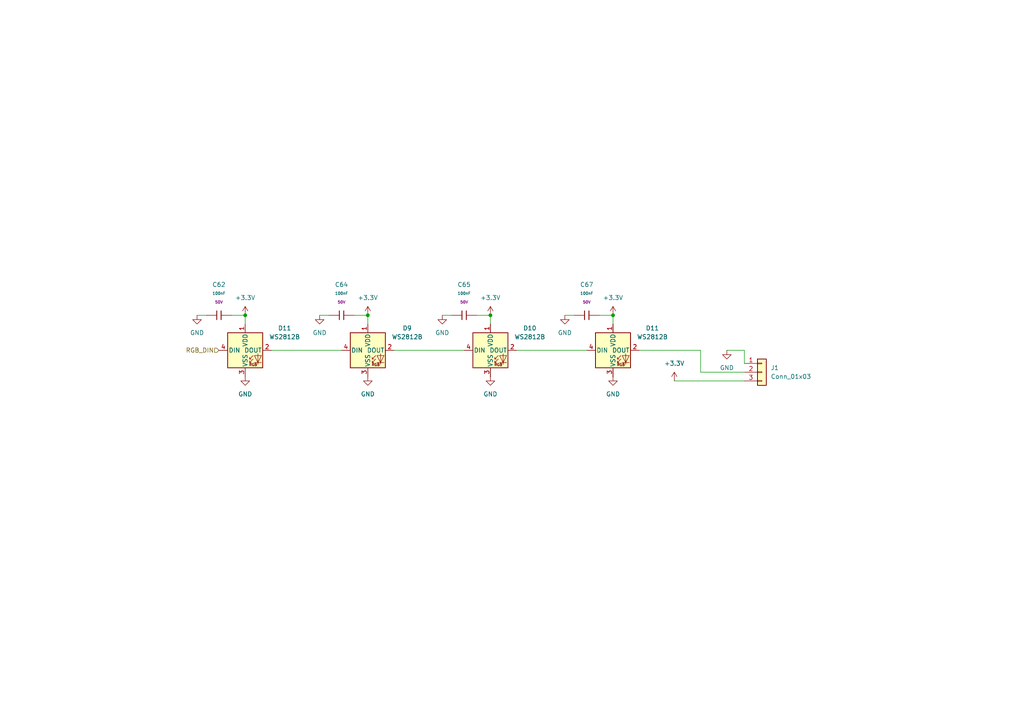
<source format=kicad_sch>
(kicad_sch (version 20250114) (generator "eeschema") (generator_version "9.0")
  (paper "A4")
  (lib_symbols
    (symbol "Connector_Generic:Conn_01x03" (pin_names (offset 1.016) (hide yes))
      (property "Reference" "J" (at 0 5.08 0))
      (property "Value" "Conn_01x03" (at 0 -5.08 0))
      (symbol "Conn_01x03_1_1"
        (rectangle (start -1.27 3.81) (end 1.27 -3.81) (stroke (width 0.254)) (fill (type background)))
        (rectangle (start -1.27 2.667) (end 0 2.413) (stroke (width 0.1524)))
        (rectangle (start -1.27 0.127) (end 0 -0.127) (stroke (width 0.1524)))
        (rectangle (start -1.27 -2.413) (end 0 -2.667) (stroke (width 0.1524)))
        (pin passive line (at -5.08 2.54 0) (length 3.81) (name "Pin_1") (number "1"))
        (pin passive line (at -5.08 0 0) (length 3.81) (name "Pin_2") (number "2"))
        (pin passive line (at -5.08 -2.54 0) (length 3.81) (name "Pin_3") (number "3"))
      )
    )
    (symbol "PCM_JLCPCB-Capacitors:0603,100nF" (pin_numbers (hide yes)) (pin_names (offset 0))
      (property "Reference" "C" (at 2.032 1.668 0))
      (property "Value" "100nF" (at 2.032 -0.3782 0))
      (property "Voltage Rated" "50V" (at 2.032 -2.0462 0))
      (symbol "0603,100nF_0_1"
        (polyline (pts (xy -1.27 0.635) (xy 1.27 0.635)) (stroke (width 0.254)))
        (polyline (pts (xy -1.27 -0.635) (xy 1.27 -0.635)) (stroke (width 0.254)))
      )
      (symbol "0603,100nF_1_1"
        (pin passive line (at 0 3.81 270) (length 3.175) (name "~") (number "1"))
        (pin passive line (at 0 -3.81 90) (length 3.175) (name "~") (number "2"))
      )
    )
    (symbol "PCM_JLCPCB-Extended:LED, WS2812B, 5050" (pin_names (offset 0.254))
      (property "Reference" "D" (at 5.08 5.715 0))
      (property "Value" "WS2812B" (at 1.27 -5.715 0))
      (symbol "LED, WS2812B, 5050_0_0"
        (text "RGB" (at 2.286 -4.191 0) (effects (font (size 0.762 0.762))))
      )
      (symbol "LED, WS2812B, 5050_0_1"
        (polyline (pts (xy 1.27 -2.54) (xy 1.778 -2.54)))
        (polyline (pts (xy 1.27 -3.556) (xy 1.778 -3.556)))
        (polyline (pts (xy 2.286 -1.524) (xy 1.27 -2.54) (xy 1.27 -2.032)))
        (polyline (pts (xy 2.286 -2.54) (xy 1.27 -3.556) (xy 1.27 -3.048)))
        (polyline (pts (xy 3.683 -1.016) (xy 3.683 -3.556) (xy 3.683 -4.064)))
        (polyline (pts (xy 4.699 -1.524) (xy 2.667 -1.524) (xy 3.683 -3.556) (xy 4.699 -1.524)))
        (polyline (pts (xy 4.699 -3.556) (xy 2.667 -3.556)))
        (rectangle (start 5.08 5.08) (end -5.08 -5.08) (stroke (width 0.254)) (fill (type background)))
      )
      (symbol "LED, WS2812B, 5050_1_1"
        (pin input line (at -7.62 0 0) (length 2.54) (name "DIN") (number "4"))
        (pin power_in line (at 0 7.62 270) (length 2.54) (name "VDD") (number "1"))
        (pin power_in line (at 0 -7.62 90) (length 2.54) (name "VSS") (number "3"))
        (pin output line (at 7.62 0 180) (length 2.54) (name "DOUT") (number "2"))
      )
    )
    (symbol "power:+3.3V" (power) (pin_names (offset 0))
      (property "Value" "+3.3V" (at 0 3.556 0))
      (symbol "+3.3V_0_1"
        (polyline (pts (xy -0.762 1.27) (xy 0 2.54)))
        (polyline (pts (xy 0 2.54) (xy 0.762 1.27)))
        (polyline (pts (xy 0 0) (xy 0 2.54)))
      )
      (symbol "+3.3V_1_1"
        (pin power_in line (at 0 0 90) (length 0) (hide yes) (name "+3.3V") (number "1"))
      )
    )
    (symbol "power:GND" (power) (pin_numbers (hide yes)) (pin_names (offset 0) (hide yes))
      (property "Value" "GND" (at 0 -3.81 0))
      (symbol "GND_0_1"
        (polyline (pts (xy 0 0) (xy 0 -1.27) (xy 1.27 -1.27) (xy 0 -2.54) (xy -1.27 -1.27) (xy 0 -1.27)))
      )
      (symbol "GND_1_1"
        (pin power_in line (at 0 0 270) (length 0) (name "~") (number "1"))
      )
    )
  )
  (junction (at 177.8 91.44))
  (junction (at 142.24 91.44))
  (junction (at 106.68 91.44))
  (junction (at 71.12 91.44))
  (wire (pts (xy 106.68 91.44) (xy 106.68 93.98)))
  (wire (pts (xy 92.71 91.44) (xy 95.25 91.44)))
  (wire (pts (xy 128.27 91.44) (xy 130.81 91.44)))
  (wire (pts (xy 215.9 105.41) (xy 215.9 101.6)))
  (wire (pts (xy 138.43 91.44) (xy 142.24 91.44)))
  (wire (pts (xy 102.87 91.44) (xy 106.68 91.44)))
  (wire (pts (xy 195.58 110.49) (xy 215.9 110.49)))
  (wire (pts (xy 215.9 101.6) (xy 210.82 101.6)))
  (wire (pts (xy 173.99 91.44) (xy 177.8 91.44)))
  (wire (pts (xy 203.2 107.95) (xy 215.9 107.95)))
  (wire (pts (xy 203.2 107.95) (xy 203.2 101.6)))
  (wire (pts (xy 185.42 101.6) (xy 203.2 101.6)))
  (wire (pts (xy 114.3 101.6) (xy 134.62 101.6)))
  (wire (pts (xy 57.15 91.44) (xy 59.69 91.44)))
  (wire (pts (xy 71.12 91.44) (xy 71.12 93.98)))
  (wire (pts (xy 67.31 91.44) (xy 71.12 91.44)))
  (wire (pts (xy 142.24 91.44) (xy 142.24 93.98)))
  (wire (pts (xy 177.8 91.44) (xy 177.8 93.98)))
  (wire (pts (xy 78.74 101.6) (xy 99.06 101.6)))
  (wire (pts (xy 163.83 91.44) (xy 166.37 91.44)))
  (wire (pts (xy 149.86 101.6) (xy 170.18 101.6)))
  (hierarchical_label "RGB_DIN" (shape input) (at 63.5 101.6 180))
  (symbol (lib_id "power:GND") (at 177.8 109.22 0) (unit 1)
    (property "Reference" "#PWR099" (effects (hide yes)))
    (property "Value" "GND" (at 177.8 114.3 0))
    (property "Description" "Power symbol creates a global label with name \"GND\" , ground" (effects (hide yes)))
  )
  (symbol (lib_id "power:GND") (at 57.15 91.44 0) (unit 1)
    (property "Reference" "#PWR0118" (effects (hide yes)))
    (property "Value" "GND" (at 57.15 96.52 0))
    (property "Description" "Power symbol creates a global label with name \"GND\" , ground" (effects (hide yes)))
  )
  (symbol (lib_id "power:+3.3V") (at 195.58 110.49 0) (unit 1)
    (property "Reference" "#PWR0139" (effects (hide yes)))
    (property "Value" "+3.3V" (at 195.58 105.41 0))
  )
  (symbol (lib_id "power:+3.3V") (at 71.12 91.44 0) (unit 1)
    (property "Reference" "#PWR0128" (effects (hide yes)))
    (property "Value" "+3.3V" (at 71.12 86.36 0))
  )
  (symbol (lib_id "power:GND") (at 142.24 109.22 0) (unit 1)
    (property "Reference" "#PWR0114" (effects (hide yes)))
    (property "Value" "GND" (at 142.24 114.3 0))
    (property "Description" "Power symbol creates a global label with name \"GND\" , ground" (effects (hide yes)))
  )
  (symbol (lib_id "power:+3.3V") (at 177.8 91.44 0) (unit 1)
    (property "Reference" "#PWR0137" (effects (hide yes)))
    (property "Value" "+3.3V" (at 177.8 86.36 0))
  )
  (symbol (lib_id "power:GND") (at 92.71 91.44 0) (unit 1)
    (property "Reference" "#PWR0115" (effects (hide yes)))
    (property "Value" "GND" (at 92.71 96.52 0))
    (property "Description" "Power symbol creates a global label with name \"GND\" , ground" (effects (hide yes)))
  )
  (symbol (lib_id "power:GND") (at 128.27 91.44 0) (unit 1)
    (property "Reference" "#PWR0112" (effects (hide yes)))
    (property "Value" "GND" (at 128.27 96.52 0))
    (property "Description" "Power symbol creates a global label with name \"GND\" , ground" (effects (hide yes)))
  )
  (symbol (lib_id "PCM_JLCPCB-Capacitors:0603,100nF") (at 134.62 91.44 90) (unit 1)
    (property "Reference" "C65" (at 134.62 82.55 90))
    (property "Value" "100nF" (at 134.62 85.09 90) (effects (font (size 0.8 0.8))))
    (property "Footprint" "PCM_JLCPCB:C_0603" (effects (hide yes)))
    (property "Datasheet" "https://www.lcsc.com/datasheet/lcsc_datasheet_2211101700_YAGEO-CC0603KRX7R9BB104_C14663.pdf" (effects (hide yes)))
    (property "Description" "50V 100nF X7R ±10% 0603 Multilayer Ceramic Capacitors MLCC - SMD/SMT ROHS" (effects (hide yes)))
    (property "LCSC" "C14663" (effects (hide yes)))
    (property "Stock" "70324515" (effects (hide yes)))
    (property "Price" "0.006USD" (effects (hide yes)))
    (property "Process" "SMT" (effects (hide yes)))
    (property "Minimum Qty" "20" (effects (hide yes)))
    (property "Attrition Qty" "10" (effects (hide yes)))
    (property "Class" "Basic Component" (effects (hide yes)))
    (property "Category" "Capacitors,Multilayer Ceramic Capacitors MLCC - SMD/SMT" (effects (hide yes)))
    (property "Manufacturer" "YAGEO" (effects (hide yes)))
    (property "Part" "CC0603KRX7R9BB104" (effects (hide yes)))
    (property "Voltage Rated" "50V" (at 134.62 87.63 90) (effects (font (size 0.8 0.8))))
    (property "Tolerance" "±10%" (effects (hide yes)))
    (property "Capacitance" "100nF" (effects (hide yes)))
    (property "Temperature Coefficient" "X7R" (effects (hide yes)))
  )
  (symbol (lib_id "power:GND") (at 210.82 101.6 0) (unit 1)
    (property "Reference" "#PWR0110" (effects (hide yes)))
    (property "Value" "GND" (at 210.82 106.68 0))
    (property "Description" "Power symbol creates a global label with name \"GND\" , ground" (effects (hide yes)))
  )
  (symbol (lib_id "power:GND") (at 71.12 109.22 0) (unit 1)
    (property "Reference" "#PWR0123" (effects (hide yes)))
    (property "Value" "GND" (at 71.12 114.3 0))
    (property "Description" "Power symbol creates a global label with name \"GND\" , ground" (effects (hide yes)))
  )
  (symbol (lib_id "power:GND") (at 163.83 91.44 0) (unit 1)
    (property "Reference" "#PWR0111" (effects (hide yes)))
    (property "Value" "GND" (at 163.83 96.52 0))
    (property "Description" "Power symbol creates a global label with name \"GND\" , ground" (effects (hide yes)))
  )
  (symbol (lib_id "power:GND") (at 106.68 109.22 0) (unit 1)
    (property "Reference" "#PWR0117" (effects (hide yes)))
    (property "Value" "GND" (at 106.68 114.3 0))
    (property "Description" "Power symbol creates a global label with name \"GND\" , ground" (effects (hide yes)))
  )
  (symbol (lib_id "PCM_JLCPCB-Extended:LED, WS2812B, 5050") (at 177.8 101.6 0) (unit 1)
    (property "Reference" "D11" (at 189.23 95.1798 0))
    (property "Value" "WS2812B" (at 189.23 97.7198 0))
    (property "Footprint" "PCM_JLCPCB:LED_WS2812B_PLCC4_5.0x5.0mm_P3.2mm" (effects (hide yes)))
    (property "Datasheet" "https://cdn-shop.adafruit.com/datasheets/WS2812B.pdf" (effects (hide yes)))
    (property "Description" "RGB LED with integrated controller" (effects (hide yes)))
    (property "LCSC" "C22461793" (effects (hide yes)))
  )
  (symbol (lib_id "PCM_JLCPCB-Capacitors:0603,100nF") (at 170.18 91.44 90) (unit 1)
    (property "Reference" "C67" (at 170.18 82.55 90))
    (property "Value" "100nF" (at 170.18 85.09 90) (effects (font (size 0.8 0.8))))
    (property "Footprint" "PCM_JLCPCB:C_0603" (effects (hide yes)))
    (property "Datasheet" "https://www.lcsc.com/datasheet/lcsc_datasheet_2211101700_YAGEO-CC0603KRX7R9BB104_C14663.pdf" (effects (hide yes)))
    (property "Description" "50V 100nF X7R ±10% 0603 Multilayer Ceramic Capacitors MLCC - SMD/SMT ROHS" (effects (hide yes)))
    (property "LCSC" "C14663" (effects (hide yes)))
    (property "Stock" "70324515" (effects (hide yes)))
    (property "Price" "0.006USD" (effects (hide yes)))
    (property "Process" "SMT" (effects (hide yes)))
    (property "Minimum Qty" "20" (effects (hide yes)))
    (property "Attrition Qty" "10" (effects (hide yes)))
    (property "Class" "Basic Component" (effects (hide yes)))
    (property "Category" "Capacitors,Multilayer Ceramic Capacitors MLCC - SMD/SMT" (effects (hide yes)))
    (property "Manufacturer" "YAGEO" (effects (hide yes)))
    (property "Part" "CC0603KRX7R9BB104" (effects (hide yes)))
    (property "Voltage Rated" "50V" (at 170.18 87.63 90) (effects (font (size 0.8 0.8))))
    (property "Tolerance" "±10%" (effects (hide yes)))
    (property "Capacitance" "100nF" (effects (hide yes)))
    (property "Temperature Coefficient" "X7R" (effects (hide yes)))
  )
  (symbol (lib_id "PCM_JLCPCB-Capacitors:0603,100nF") (at 99.06 91.44 90) (unit 1)
    (property "Reference" "C64" (at 99.06 82.55 90))
    (property "Value" "100nF" (at 99.06 85.09 90) (effects (font (size 0.8 0.8))))
    (property "Footprint" "PCM_JLCPCB:C_0603" (effects (hide yes)))
    (property "Datasheet" "https://www.lcsc.com/datasheet/lcsc_datasheet_2211101700_YAGEO-CC0603KRX7R9BB104_C14663.pdf" (effects (hide yes)))
    (property "Description" "50V 100nF X7R ±10% 0603 Multilayer Ceramic Capacitors MLCC - SMD/SMT ROHS" (effects (hide yes)))
    (property "LCSC" "C14663" (effects (hide yes)))
    (property "Stock" "70324515" (effects (hide yes)))
    (property "Price" "0.006USD" (effects (hide yes)))
    (property "Process" "SMT" (effects (hide yes)))
    (property "Minimum Qty" "20" (effects (hide yes)))
    (property "Attrition Qty" "10" (effects (hide yes)))
    (property "Class" "Basic Component" (effects (hide yes)))
    (property "Category" "Capacitors,Multilayer Ceramic Capacitors MLCC - SMD/SMT" (effects (hide yes)))
    (property "Manufacturer" "YAGEO" (effects (hide yes)))
    (property "Part" "CC0603KRX7R9BB104" (effects (hide yes)))
    (property "Voltage Rated" "50V" (at 99.06 87.63 90) (effects (font (size 0.8 0.8))))
    (property "Tolerance" "±10%" (effects (hide yes)))
    (property "Capacitance" "100nF" (effects (hide yes)))
    (property "Temperature Coefficient" "X7R" (effects (hide yes)))
  )
  (symbol (lib_id "power:+3.3V") (at 106.68 91.44 0) (unit 1)
    (property "Reference" "#PWR0131" (effects (hide yes)))
    (property "Value" "+3.3V" (at 106.68 86.36 0))
  )
  (symbol (lib_id "PCM_JLCPCB-Extended:LED, WS2812B, 5050") (at 142.24 101.6 0) (unit 1)
    (property "Reference" "D10" (at 153.67 95.1798 0))
    (property "Value" "WS2812B" (at 153.67 97.7198 0))
    (property "Footprint" "PCM_JLCPCB:LED_WS2812B_PLCC4_5.0x5.0mm_P3.2mm" (effects (hide yes)))
    (property "Datasheet" "https://cdn-shop.adafruit.com/datasheets/WS2812B.pdf" (effects (hide yes)))
    (property "Description" "RGB LED with integrated controller" (effects (hide yes)))
    (property "LCSC" "C22461793" (effects (hide yes)))
  )
  (symbol (lib_id "PCM_JLCPCB-Extended:LED, WS2812B, 5050") (at 106.68 101.6 0) (unit 1)
    (property "Reference" "D9" (at 118.11 95.1798 0))
    (property "Value" "WS2812B" (at 118.11 97.7198 0))
    (property "Footprint" "PCM_JLCPCB:LED_WS2812B_PLCC4_5.0x5.0mm_P3.2mm" (effects (hide yes)))
    (property "Datasheet" "https://cdn-shop.adafruit.com/datasheets/WS2812B.pdf" (effects (hide yes)))
    (property "Description" "RGB LED with integrated controller" (effects (hide yes)))
    (property "LCSC" "C22461793" (effects (hide yes)))
  )
  (symbol (lib_id "Connector_Generic:Conn_01x03") (at 220.98 107.95 0) (unit 1)
    (property "Reference" "J1" (at 223.52 106.6799 0) (effects (justify left)))
    (property "Value" "Conn_01x03" (at 223.52 109.2199 0) (effects (justify left)))
    (property "Footprint" "Connector_PinHeader_2.54mm:PinHeader_1x03_P2.54mm_Vertical" (effects (hide yes)))
    (property "Datasheet" "https://jlcpcb.com/api/file/downloadByFileSystemAccessId/8588886905576427520" (effects (hide yes)))
    (property "Description" "Generic connector, single row, 01x03, script generated (kicad-library-utils/schlib/autogen/connector/)" (effects (hide yes)))
    (property "LCSC" "C49257" (effects (hide yes)))
  )
  (symbol (lib_id "power:+3.3V") (at 142.24 91.44 0) (unit 1)
    (property "Reference" "#PWR0134" (effects (hide yes)))
    (property "Value" "+3.3V" (at 142.24 86.36 0))
  )
  (symbol (lib_id "PCM_JLCPCB-Extended:LED, WS2812B, 5050") (at 71.12 101.6 0) (unit 1)
    (property "Reference" "D11" (at 82.55 95.1798 0))
    (property "Value" "WS2812B" (at 82.55 97.7198 0))
    (property "Footprint" "PCM_JLCPCB:LED_WS2812B_PLCC4_5.0x5.0mm_P3.2mm" (effects (hide yes)))
    (property "Datasheet" "https://cdn-shop.adafruit.com/datasheets/WS2812B.pdf" (effects (hide yes)))
    (property "Description" "RGB LED with integrated controller" (effects (hide yes)))
    (property "LCSC" "C22461793" (effects (hide yes)))
  )
  (symbol (lib_id "PCM_JLCPCB-Capacitors:0603,100nF") (at 63.5 91.44 90) (unit 1)
    (property "Reference" "C62" (at 63.5 82.55 90))
    (property "Value" "100nF" (at 63.5 85.09 90) (effects (font (size 0.8 0.8))))
    (property "Footprint" "PCM_JLCPCB:C_0603" (effects (hide yes)))
    (property "Datasheet" "https://www.lcsc.com/datasheet/lcsc_datasheet_2211101700_YAGEO-CC0603KRX7R9BB104_C14663.pdf" (effects (hide yes)))
    (property "Description" "50V 100nF X7R ±10% 0603 Multilayer Ceramic Capacitors MLCC - SMD/SMT ROHS" (effects (hide yes)))
    (property "LCSC" "C14663" (effects (hide yes)))
    (property "Stock" "70324515" (effects (hide yes)))
    (property "Price" "0.006USD" (effects (hide yes)))
    (property "Process" "SMT" (effects (hide yes)))
    (property "Minimum Qty" "20" (effects (hide yes)))
    (property "Attrition Qty" "10" (effects (hide yes)))
    (property "Class" "Basic Component" (effects (hide yes)))
    (property "Category" "Capacitors,Multilayer Ceramic Capacitors MLCC - SMD/SMT" (effects (hide yes)))
    (property "Manufacturer" "YAGEO" (effects (hide yes)))
    (property "Part" "CC0603KRX7R9BB104" (effects (hide yes)))
    (property "Voltage Rated" "50V" (at 63.5 87.63 90) (effects (font (size 0.8 0.8))))
    (property "Tolerance" "±10%" (effects (hide yes)))
    (property "Capacitance" "100nF" (effects (hide yes)))
    (property "Temperature Coefficient" "X7R" (effects (hide yes)))
  )
)
</source>
